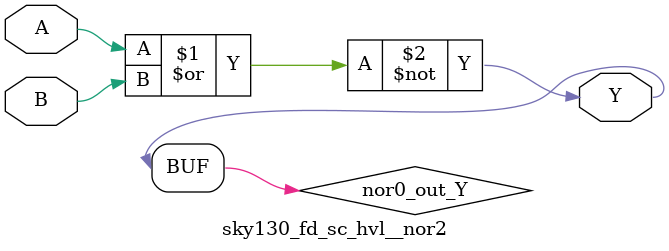
<source format=v>
/*
 * Copyright 2020 The SkyWater PDK Authors
 *
 * Licensed under the Apache License, Version 2.0 (the "License");
 * you may not use this file except in compliance with the License.
 * You may obtain a copy of the License at
 *
 *     https://www.apache.org/licenses/LICENSE-2.0
 *
 * Unless required by applicable law or agreed to in writing, software
 * distributed under the License is distributed on an "AS IS" BASIS,
 * WITHOUT WARRANTIES OR CONDITIONS OF ANY KIND, either express or implied.
 * See the License for the specific language governing permissions and
 * limitations under the License.
 *
 * SPDX-License-Identifier: Apache-2.0
*/


`ifndef SKY130_FD_SC_HVL__NOR2_FUNCTIONAL_V
`define SKY130_FD_SC_HVL__NOR2_FUNCTIONAL_V

/**
 * nor2: 2-input NOR.
 *
 * Verilog simulation functional model.
 */

`timescale 1ns / 1ps
`default_nettype none

`celldefine
module sky130_fd_sc_hvl__nor2 (
    Y,
    A,
    B
);

    // Module ports
    output Y;
    input  A;
    input  B;

    // Local signals
    wire nor0_out_Y;

    //  Name  Output      Other arguments
    nor nor0 (nor0_out_Y, A, B           );
    buf buf0 (Y         , nor0_out_Y     );

endmodule
`endcelldefine

`default_nettype wire
`endif  // SKY130_FD_SC_HVL__NOR2_FUNCTIONAL_V

</source>
